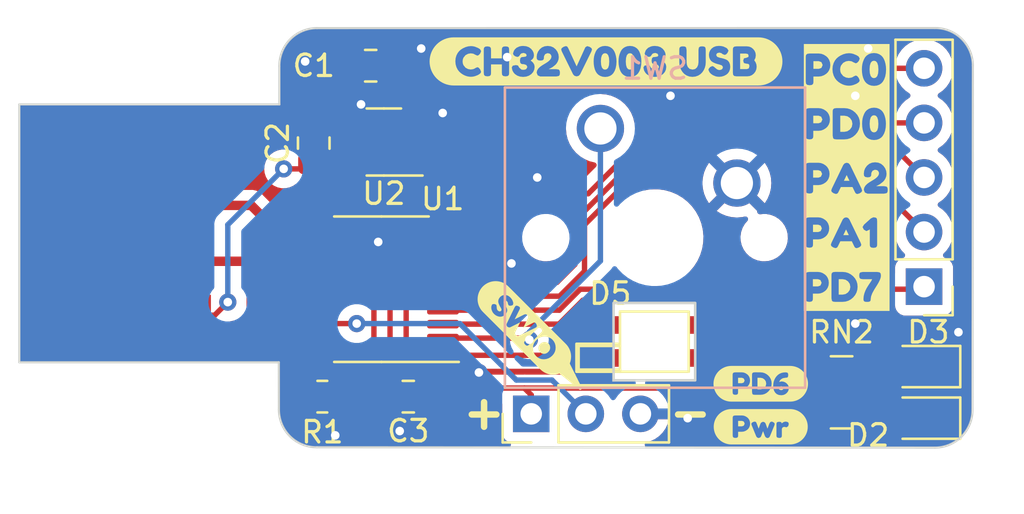
<source format=kicad_pcb>
(kicad_pcb (version 20240108) (generator "pcbnew") (generator_version "8.0")
  (layers (0 "F.Cu" signal) (31 "B.Cu" signal) (34 "B.Paste" user) (35 "F.Paste" user) (36 "B.SilkS" user "B.Silkscreen") (37 "F.SilkS" user "F.Silkscreen") (38 "B.Mask" user) (39 "F.Mask" user) (44 "Edge.Cuts" user))
  (net 0 "")
  (net 1 "VCC")
  (net 2 "VSS")
  (net 3 "+5V")
  (net 4 "PD4")
  (net 5 "D+")
  (net 6 "D-")
  (net 7 "DPU")
  (net 8 "PD5")
  (net 9 "PD6")
  (net 10 "PD7")
  (net 11 "PA1")
  (net 16 "SWIO")
  (net 19 "Net-(D2-A)")
  (net 20 "Net-(D3-A)")
  (net 21 "PA2")
  (net 22 "PD0")
  (net 23 "PC0")
  (footprint "Package_TO_SOT_SMD:SOT-23-3" (layer "F.Cu") (at 149.8625 69.55 180)
    (property "Reference" "U2" (at 0 -2.4 0) (layer "F.SilkS"))
    (property "Value" "TLV1117-33")
    (pad "1" smd roundrect (at -1.1375 -0.95 180) (size 1.325 0.6) (layers "F.Cu" "F.Paste" "F.Mask") (net 2 "VSS"))
    (pad "2" smd roundrect (at -1.1375 0.95 180) (size 1.325 0.6) (layers "F.Cu" "F.Paste" "F.Mask") (net 1 "VCC"))
    (pad "3" smd roundrect (at 1.1375 0 180) (size 1.325 0.6) (layers "F.Cu" "F.Paste" "F.Mask") (net 3 "+5V"))
  )
  (footprint "UL_USB:CONN-USB-A-PCB-TRACES" (layer "F.Cu") (at 132.91484 73.8 -90)
    (property "Reference" "J1" (hide yes))
    (property "Value" "USB_A" (hide yes))
    (pad "1" connect rect (at 3.81 -4.9 270) (size 1.9 8) (layers "F.Cu" "F.Mask") (net 3 "+5V"))
    (pad "2" connect rect (at 1.3 -5.15 270) (size 2 7.5) (layers "F.Cu" "F.Mask") (net 6 "D-"))
    (pad "3" connect rect (at -1.3 -5.15 270) (size 2 7.5) (layers "F.Cu" "F.Mask") (net 5 "D+"))
    (pad "4" connect rect (at -3.81 -4.9 270) (size 1.9 8) (layers "F.Cu" "F.Mask") (net 2 "VSS"))
  )
  (footprint "kibuzzard-65C27C9E" (layer "F.Cu") (at 167.4 82.8)
    (property "Reference" "kibuzzard-65C27C9E" (hide yes))
    (property "Value" "G***" (hide yes))
  )
  (footprint "Connector_PinHeader_2.54mm:PinHeader_1x03_P2.54mm_Vertical" (layer "F.Cu") (at 156.72 82.2 90)
    (property "Reference" "J3" (hide yes))
    (property "Value" "Conn_01x03")
    (pad "1" thru_hole rect (at 0 0 90) (size 1.7 1.7) (drill 1) (layers "*.Cu" "*.Mask") (net 1 "VCC"))
    (pad "2" thru_hole oval (at 0 2.54 90) (size 1.7 1.7) (drill 1) (layers "*.Cu" "*.Mask") (net 16 "SWIO"))
    (pad "3" thru_hole oval (at 0 5.08 90) (size 1.7 1.7) (drill 1) (layers "*.Cu" "*.Mask") (net 2 "VSS"))
  )
  (footprint "LED_SMD:LED_0805_2012Metric" (layer "F.Cu") (at 175 80 180)
    (property "Reference" "D3" (at -0.2 1.6 0) (layer "F.SilkS"))
    (property "Value" "LED_Small")
    (pad "1" smd roundrect (at -0.9375 0 180) (size 0.975 1.4) (layers "F.Cu" "F.Paste" "F.Mask") (net 2 "VSS"))
    (pad "2" smd roundrect (at 0.9375 0 180) (size 0.975 1.4) (layers "F.Cu" "F.Paste" "F.Mask") (net 20 "Net-(D3-A)"))
  )
  (footprint "kibuzzard-65C27CA6" (layer "F.Cu") (at 167.4 80.8)
    (property "Reference" "kibuzzard-65C27CA6" (hide yes))
    (property "Value" "G***" (hide yes))
  )
  (footprint "kibuzzard-65C27C56" (layer "F.Cu") (at 171.4 71.2)
    (property "Reference" "kibuzzard-65C27C56" (hide yes))
    (property "Value" "G***" (hide yes))
  )
  (footprint "kibuzzard-65C28AFE" (layer "F.Cu") (at 156.4 78.2 -45)
    (property "Reference" "kibuzzard-65C28AFE" (hide yes))
    (property "Value" "G***" (hide yes))
  )
  (footprint "Resistor_SMD:R_0805_2012Metric" (layer "F.Cu") (at 147 81.4 180)
    (property "Reference" "R1" (at 0 -1.65 0) (layer "F.SilkS"))
    (property "Value" "1.5k")
    (pad "1" smd roundrect (at -0.9125 0 180) (size 1.025 1.4) (layers "F.Cu" "F.Paste" "F.Mask") (roundrect_rratio 0.243902439) (net 7 "DPU"))
    (pad "2" smd roundrect (at 0.9125 0 180) (size 1.025 1.4) (layers "F.Cu" "F.Paste" "F.Mask") (roundrect_rratio 0.243902439) (net 6 "D-"))
  )
  (footprint "Connector_PinHeader_2.54mm:PinHeader_1x05_P2.54mm_Vertical" (layer "F.Cu") (at 175 76.28 180)
    (property "Reference" "J2" (hide yes))
    (property "Value" "Conn_01x05")
    (pad "1" thru_hole rect (at 0 0 180) (size 1.7 1.7) (drill 1) (layers "*.Cu" "*.Mask") (net 10 "PD7"))
    (pad "2" thru_hole oval (at 0 2.54 180) (size 1.7 1.7) (drill 1) (layers "*.Cu" "*.Mask") (net 11 "PA1"))
    (pad "3" thru_hole oval (at 0 5.08 180) (size 1.7 1.7) (drill 1) (layers "*.Cu" "*.Mask") (net 21 "PA2"))
    (pad "4" thru_hole oval (at 0 7.62 180) (size 1.7 1.7) (drill 1) (layers "*.Cu" "*.Mask") (net 22 "PD0"))
    (pad "5" thru_hole oval (at 0 10.16 180) (size 1.7 1.7) (drill 1) (layers "*.Cu" "*.Mask") (net 23 "PC0"))
  )
  (footprint "Package_SO:TSSOP-20_4.4x6.5mm_P0.65mm" (layer "F.Cu") (at 149.75 76.4 180)
    (property "Reference" "U1" (at -2.85 4.2 0) (layer "F.SilkS"))
    (property "Value" "CH32V003F4P6")
    (pad "1" smd roundrect (at -2.8625 -2.925 180) (size 1.475 0.4) (layers "F.Cu" "F.Paste" "F.Mask") (net 4 "PD4"))
    (pad "2" smd roundrect (at -2.8625 -2.275 180) (size 1.475 0.4) (layers "F.Cu" "F.Paste" "F.Mask") (net 8 "PD5"))
    (pad "3" smd roundrect (at -2.8625 -1.625 180) (size 1.475 0.4) (layers "F.Cu" "F.Paste" "F.Mask") (net 9 "PD6"))
    (pad "4" smd roundrect (at -2.8625 -0.975 180) (size 1.475 0.4) (layers "F.Cu" "F.Paste" "F.Mask") (net 10 "PD7"))
    (pad "5" smd roundrect (at -2.8625 -0.325 180) (size 1.475 0.4) (layers "F.Cu" "F.Paste" "F.Mask") (net 11 "PA1"))
    (pad "6" smd roundrect (at -2.8625 0.325 180) (size 1.475 0.4) (layers "F.Cu" "F.Paste" "F.Mask") (net 21 "PA2"))
    (pad "7" smd roundrect (at -2.8625 0.975 180) (size 1.475 0.4) (layers "F.Cu" "F.Paste" "F.Mask") (net 2 "VSS"))
    (pad "8" smd roundrect (at -2.8625 1.625 180) (size 1.475 0.4) (layers "F.Cu" "F.Paste" "F.Mask") (net 22 "PD0"))
    (pad "9" smd roundrect (at -2.8625 2.275 180) (size 1.475 0.4) (layers "F.Cu" "F.Paste" "F.Mask") (net 1 "VCC"))
    (pad "10" smd roundrect (at -2.8625 2.925 180) (size 1.475 0.4) (layers "F.Cu" "F.Paste" "F.Mask") (net 23 "PC0"))
    (pad "11" smd roundrect (at 2.8625 2.925 180) (size 1.475 0.4) (layers "F.Cu" "F.Paste" "F.Mask") (net 5 "D+"))
    (pad "12" smd roundrect (at 2.8625 2.275 180) (size 1.475 0.4) (layers "F.Cu" "F.Paste" "F.Mask") (net 6 "D-"))
    (pad "13" smd roundrect (at 2.8625 1.625 180) (size 1.475 0.4) (layers "F.Cu" "F.Paste" "F.Mask"))
    (pad "14" smd roundrect (at 2.8625 0.975 180) (size 1.475 0.4) (layers "F.Cu" "F.Paste" "F.Mask") (net 7 "DPU"))
    (pad "15" smd roundrect (at 2.8625 0.325 180) (size 1.475 0.4) (layers "F.Cu" "F.Paste" "F.Mask"))
    (pad "16" smd roundrect (at 2.8625 -0.325 180) (size 1.475 0.4) (layers "F.Cu" "F.Paste" "F.Mask"))
    (pad "17" smd roundrect (at 2.8625 -0.975 180) (size 1.475 0.4) (layers "F.Cu" "F.Paste" "F.Mask"))
    (pad "18" smd roundrect (at 2.8625 -1.625 180) (size 1.475 0.4) (layers "F.Cu" "F.Paste" "F.Mask") (net 16 "SWIO"))
    (pad "19" smd roundrect (at 2.8625 -2.275 180) (size 1.475 0.4) (layers "F.Cu" "F.Paste" "F.Mask"))
    (pad "20" smd roundrect (at 2.8625 -2.925 180) (size 1.475 0.4) (layers "F.Cu" "F.Paste" "F.Mask"))
  )
  (footprint "Capacitor_SMD:C_0805_2012Metric" (layer "F.Cu") (at 146.6 69.6 90)
    (property "Reference" "C2" (at 0 -1.68 90) (layer "F.SilkS"))
    (property "Value" "10u")
    (pad "1" smd roundrect (at -0.95 0 90) (size 1 1.45) (layers "F.Cu" "F.Paste" "F.Mask") (net 3 "+5V"))
    (pad "2" smd roundrect (at 0.95 0 90) (size 1 1.45) (layers "F.Cu" "F.Paste" "F.Mask") (net 2 "VSS"))
  )
  (footprint "Capacitor_SMD:C_0805_2012Metric" (layer "F.Cu") (at 151 81.4)
    (property "Reference" "C3" (at 0 1.6 0) (layer "F.SilkS"))
    (property "Value" "100nF")
    (pad "1" smd roundrect (at -0.95 0) (size 1 1.45) (layers "F.Cu" "F.Paste" "F.Mask") (net 2 "VSS"))
    (pad "2" smd roundrect (at 0.95 0) (size 1 1.45) (layers "F.Cu" "F.Paste" "F.Mask") (net 1 "VCC"))
  )
  (footprint "Resistor_SMD:R_Array_Convex_4x0603" (layer "F.Cu") (at 171.1625 81.2)
    (property "Reference" "RN2" (at 0 -2.8 0) (layer "F.SilkS"))
    (property "Value" "R_Pack04")
    (pad "1" smd rect (at -0.9 -1.2) (size 0.8 0.5) (layers "F.Cu" "F.Paste" "F.Mask") (net 9 "PD6"))
    (pad "2" smd rect (at -0.9 -0.4) (size 0.8 0.4) (layers "F.Cu" "F.Paste" "F.Mask") (net 9 "PD6"))
    (pad "3" smd rect (at -0.9 0.4) (size 0.8 0.4) (layers "F.Cu" "F.Paste" "F.Mask") (net 1 "VCC"))
    (pad "4" smd rect (at -0.9 1.2) (size 0.8 0.5) (layers "F.Cu" "F.Paste" "F.Mask") (net 1 "VCC"))
    (pad "5" smd rect (at 0.9 1.2) (size 0.8 0.5) (layers "F.Cu" "F.Paste" "F.Mask") (net 19 "Net-(D2-A)"))
    (pad "6" smd rect (at 0.9 0.4) (size 0.8 0.4) (layers "F.Cu" "F.Paste" "F.Mask") (net 19 "Net-(D2-A)"))
    (pad "7" smd rect (at 0.9 -0.4) (size 0.8 0.4) (layers "F.Cu" "F.Paste" "F.Mask") (net 20 "Net-(D3-A)"))
    (pad "8" smd rect (at 0.9 -1.2) (size 0.8 0.5) (layers "F.Cu" "F.Paste" "F.Mask") (net 20 "Net-(D3-A)"))
  )
  (footprint "Capacitor_SMD:C_0805_2012Metric" (layer "F.Cu") (at 149.25 66 180)
    (property "Reference" "C1" (at 2.65 0 0) (layer "F.SilkS"))
    (property "Value" "10u")
    (pad "1" smd roundrect (at -0.95 0 180) (size 1 1.45) (layers "F.Cu" "F.Paste" "F.Mask") (net 1 "VCC"))
    (pad "2" smd roundrect (at 0.95 0 180) (size 1 1.45) (layers "F.Cu" "F.Paste" "F.Mask") (net 2 "VSS"))
  )
  (footprint "kibuzzard-65C27CFD" (layer "F.Cu") (at 160.2 65.8)
    (property "Reference" "kibuzzard-65C27CFD" (hide yes))
    (property "Value" "G***" (hide yes))
  )
  (footprint "cafebabe:SK6812-E_Reverse" (layer "F.Cu") (at 162.45 78.84)
    (property "Reference" "D5" (at -2.05 -2.24 0) (layer "F.SilkS"))
    (property "Value" "WS2812B")
    (fp_rect (start -1.9 1.8) (end 1.9 -1.8) (stroke (width 0.12)) (fill none) (layer "Edge.Cuts"))
    (pad "1" smd rect (at 2.55 -0.775) (size 1.8 0.82) (layers "F.Cu" "F.Paste" "F.Mask") (net 1 "VCC"))
    (pad "2" smd rect (at 2.55 0.76) (size 1.8 0.82) (layers "F.Cu" "F.Paste" "F.Mask"))
    (pad "3" smd rect (at -2.55 0.76) (size 1.8 0.82) (layers "F.Cu" "F.Paste" "F.Mask") (net 2 "VSS"))
    (pad "4" smd rect (at -2.55 -0.775) (size 1.8 0.82) (layers "F.Cu" "F.Paste" "F.Mask") (net 4 "PD4"))
  )
  (footprint "LED_SMD:LED_0805_2012Metric" (layer "F.Cu") (at 175 82.4 180)
    (property "Reference" "D2" (at 2.6 -0.8 0) (layer "F.SilkS"))
    (property "Value" "LED_Small")
    (pad "1" smd roundrect (at -0.9375 0 180) (size 0.975 1.4) (layers "F.Cu" "F.Paste" "F.Mask") (net 2 "VSS"))
    (pad "2" smd roundrect (at 0.9375 0 180) (size 0.975 1.4) (layers "F.Cu" "F.Paste" "F.Mask") (net 19 "Net-(D2-A)"))
  )
  (footprint "Button_Switch_Keyboard:SW_Cherry_MX_1.00u_PCB" (layer "B.Cu") (at 159.94 68.92 180)
    (property "Reference" "SW1" (at -2.54 2.794 0) (layer "B.SilkS") (effects (justify mirror)))
    (property "Value" "SW_Push_45deg")
    (pad "" np_thru_hole circle (at -7.62 -5.08 180) (size 1.7 1.7) (drill 1.7) (layers "*.Cu" "*.Mask"))
    (pad "" np_thru_hole circle (at -2.54 -5.08 180) (size 4 4) (drill 4) (layers "*.Cu" "*.Mask"))
    (pad "" np_thru_hole circle (at 2.54 -5.08 180) (size 1.7 1.7) (drill 1.7) (layers "*.Cu" "*.Mask"))
    (pad "1" thru_hole circle (at 0 0 180) (size 2.2 2.2) (drill 1.5) (layers "*.Cu" "*.Mask") (net 8 "PD5"))
    (pad "2" thru_hole circle (at -6.35 -2.54 180) (size 2.2 2.2) (drill 1.5) (layers "*.Cu" "*.Mask") (net 2 "VSS"))
  )
  (gr_line (start 158.4 79.8) (end 158.4 80.4) (stroke (width 0.15)) (layer "F.SilkS"))
  (gr_line (start 158.2 80) (end 158.7 80.4) (stroke (width 0.15)) (layer "F.SilkS"))
  (gr_line (start 158 80) (end 159 81) (stroke (width 0.15)) (layer "F.SilkS"))
  (gr_line (start 159 81) (end 158.4 79.8) (stroke (width 0.15)) (layer "F.SilkS"))
  (gr_line (start 158.4 80.4) (end 158.7 80.4) (stroke (width 0.15)) (layer "F.SilkS"))
  (gr_line (start 158 80.2) (end 159 81) (stroke (width 0.15)) (layer "F.SilkS"))
  (gr_line (start 158 80.2) (end 158.4 80.4) (stroke (width 0.15)) (layer "F.SilkS"))
  (gr_line (start 158.8 80.6) (end 158 80) (stroke (width 0.15)) (layer "F.SilkS"))
  (gr_arc (start 146.753117 83.753832) (mid 145.5 83.25) (end 144.978814 82.004001) (stroke (width 0.1)) (layer "Edge.Cuts"))
  (gr_line (start 145 67.8) (end 145.000169 66.024303) (stroke (width 0.1)) (layer "Edge.Cuts"))
  (gr_line (start 175.504001 83.771186) (end 146.753117 83.753832) (stroke (width 0.1)) (layer "Edge.Cuts"))
  (gr_arc (start 175.496883 64.246168) (mid 176.75 64.75) (end 177.271186 65.995999) (stroke (width 0.1)) (layer "Edge.Cuts"))
  (gr_line (start 132.9 67.8) (end 132.9 79.8) (stroke (width 0.1)) (layer "Edge.Cuts"))
  (gr_line (start 177.271186 65.995999) (end 177.253832 81.996883) (stroke (width 0.1)) (layer "Edge.Cuts"))
  (gr_line (start 132.9 67.8) (end 145 67.8) (stroke (width 0.1)) (layer "Edge.Cuts"))
  (gr_line (start 146.75 64.25) (end 175.496883 64.246168) (stroke (width 0.1)) (layer "Edge.Cuts"))
  (gr_line (start 144.978814 82.004001) (end 144.975 79.8) (stroke (width 0.1)) (layer "Edge.Cuts"))
  (gr_arc (start 145.000169 66.024303) (mid 145.504001 64.771186) (end 146.75 64.25) (stroke (width 0.1)) (layer "Edge.Cuts"))
  (gr_arc (start 177.253832 81.996883) (mid 176.75 83.25) (end 175.504001 83.771186) (stroke (width 0.1)) (layer "Edge.Cuts"))
  (gr_line (start 132.9 79.8) (end 144.975 79.8) (stroke (width 0.1)) (layer "Edge.Cuts"))
  (gr_text "-" (at 163 83 0) (layer "F.SilkS") (effects (font (size 1.5 1.5) (thickness 0.3) (bold yes)) (justify left bottom)))
  (gr_text "+" (at 153.4 83 0) (layer "F.SilkS") (effects (font (size 1.5 1.5) (thickness 0.3) (bold yes)) (justify left bottom)))
  (segment (start 156.72 82.2) (end 156.72 81.32) (width 0.25) (layer "F.Cu") (net 1))
  (segment (start 150.9 80.35) (end 150.9 73.5) (width 0.25) (layer "F.Cu") (net 1))
  (segment (start 170.2625 82.4) (end 167.8 82.4) (width 0.25) (layer "F.Cu") (net 1))
  (segment (start 151.9875 71.4125) (end 150.8 72.6) (width 0.25) (layer "F.Cu") (net 1))
  (segment (start 151.9875 69.5875) (end 151.9875 71.4125) (width 0.25) (layer "F.Cu") (net 1))
  (segment (start 151 68.6) (end 151.9875 69.5875) (width 0.25) (layer "F.Cu") (net 1))
  (segment (start 152.35 81) (end 151.95 81.4) (width 0.25) (layer "F.Cu") (net 1))
  (segment (start 151.95 81.4) (end 150.9 80.35) (width 0.25) (layer "F.Cu") (net 1))
  (segment (start 150.9 73.5) (end 151.525 74.125) (width 0.25) (layer "F.Cu") (net 1))
  (segment (start 150.2 66) (end 151 66.8) (width 0.25) (layer "F.Cu") (net 1))
  (segment (start 170.2625 81.6) (end 170.2625 82.4) (width 0.25) (layer "F.Cu") (net 1))
  (segment (start 166.4 81) (end 156.4 81) (width 0.25) (layer "F.Cu") (net 1))
  (segment (start 151 66.8) (end 151 68.6) (width 0.25) (layer "F.Cu") (net 1))
  (segment (start 167.8 82.4) (end 166.4 81) (width 0.25) (layer "F.Cu") (net 1))
  (segment (start 150.8 72.6) (end 150.8 73.4) (width 0.25) (layer "F.Cu") (net 1))
  (segment (start 150.8 73.4) (end 150.9 73.5) (width 0.25) (layer "F.Cu") (net 1))
  (segment (start 165 78.065) (end 165.23462 78.065) (width 0.25) (layer "F.Cu") (net 1))
  (segment (start 165.23462 78.065) (end 167.8 80.63038) (width 0.25) (layer "F.Cu") (net 1))
  (segment (start 156.4 81) (end 152.35 81) (width 0.25) (layer "F.Cu") (net 1))
  (segment (start 156.72 81.32) (end 156.4 81) (width 0.25) (layer "F.Cu") (net 1))
  (segment (start 151.525 74.125) (end 152.6125 74.125) (width 0.25) (layer "F.Cu") (net 1))
  (segment (start 167.8 80.63038) (end 167.8 82.4) (width 0.25) (layer "F.Cu") (net 1))
  (segment (start 155.575 75.425) (end 155.8 75.2) (width 0.25) (layer "F.Cu") (net 2))
  (segment (start 152.6125 75.425) (end 155.575 75.425) (width 0.25) (layer "F.Cu") (net 2))
  (via (at 172.4 65.2) (size 0.8) (drill 0.4) (layers "F.Cu" "B.Cu") (net 2))
  (via (at 176.6 78.4) (size 0.8) (drill 0.4) (layers "F.Cu" "B.Cu") (net 2))
  (via (at 151.6 65.2) (size 0.8) (drill 0.4) (layers "F.Cu" "B.Cu") (net 2))
  (via (at 154.286746 80.275) (size 0.8) (drill 0.4) (layers "F.Cu" "B.Cu") (net 2))
  (via (at 163.2 67.4) (size 0.8) (drill 0.4) (layers "F.Cu" "B.Cu") (net 2))
  (via (at 171.8 67.4) (size 0.8) (drill 0.4) (layers "F.Cu" "B.Cu") (net 2))
  (via (at 146.2 65.8) (size 0.8) (drill 0.4) (layers "F.Cu" "B.Cu") (net 2))
  (via (at 155.8 75.2) (size 0.8) (drill 0.4) (layers "F.Cu" "B.Cu") (net 2))
  (via (at 164 82.4) (size 0.8) (drill 0.4) (layers "F.Cu" "B.Cu") (net 2))
  (via (at 149.6 74.2) (size 0.8) (drill 0.4) (layers "F.Cu" "B.Cu") (net 2))
  (via (at 148.8 67.8) (size 0.8) (drill 0.4) (layers "F.Cu" "B.Cu") (net 2))
  (via (at 157 71.2) (size 0.8) (drill 0.4) (layers "F.Cu" "B.Cu") (net 2))
  (via (at 150.6 83) (size 0.8) (drill 0.4) (layers "F.Cu" "B.Cu") (net 2))
  (via (at 152.6 68.2) (size 0.8) (drill 0.4) (layers "F.Cu" "B.Cu") (net 2))
  (via (at 171.8 78) (size 0.8) (drill 0.4) (layers "F.Cu" "B.Cu") (net 2))
  (via (at 147.6 83.2) (size 0.8) (drill 0.4) (layers "F.Cu" "B.Cu") (net 2))
  (via (at 155.6 65.6) (size 0.8) (drill 0.4) (layers "F.Cu" "B.Cu") (net 2))
  (segment (start 147.725 70.55) (end 148.725 69.55) (width 0.25) (layer "F.Cu") (net 3))
  (segment (start 145.2 70.8) (end 146.35 70.8) (width 0.25) (layer "F.Cu") (net 3))
  (segment (start 146.6 70.55) (end 147.725 70.55) (width 0.25) (layer "F.Cu") (net 3))
  (segment (start 141.99 77.61) (end 142.6 77) (width 0.25) (layer "F.Cu") (net 3))
  (segment (start 146.35 70.8) (end 146.6 70.55) (width 0.25) (layer "F.Cu") (net 3))
  (segment (start 137.81484 77.61) (end 141.99 77.61) (width 0.25) (layer "F.Cu") (net 3))
  (via (at 142.6 77) (size 0.8) (drill 0.4) (layers "F.Cu" "B.Cu") (net 3))
  (via (at 145.2 70.8) (size 0.8) (drill 0.4) (layers "F.Cu" "B.Cu") (net 3))
  (segment (start 142.6 73.4) (end 145.2 70.8) (width 0.25) (layer "B.Cu") (net 3))
  (segment (start 142.6 77) (end 142.6 73.4) (width 0.25) (layer "B.Cu") (net 3))
  (segment (start 159.9 78.065) (end 158.607792 78.065) (width 0.25) (layer "F.Cu") (net 4))
  (segment (start 152.7625 79.475) (end 152.6125 79.325) (width 0.25) (layer "F.Cu") (net 4))
  (segment (start 157.197792 79.475) (end 152.7625 79.475) (width 0.25) (layer "F.Cu") (net 4))
  (segment (start 158.607792 78.065) (end 157.197792 79.475) (width 0.25) (layer "F.Cu") (net 4))
  (segment (start 143.689841 72.5) (end 144.669241 73.4794) (width 0.438) (layer "F.Cu") (net 5))
  (segment (start 138.06484 72.5) (end 143.689841 72.5) (width 0.438) (layer "F.Cu") (net 5))
  (segment (start 145.776849 73.4794) (end 145.781249 73.475) (width 0.438) (layer "F.Cu") (net 5))
  (segment (start 145.781249 73.475) (end 146.8875 73.475) (width 0.438) (layer "F.Cu") (net 5))
  (segment (start 144.669241 73.4794) (end 145.776849 73.4794) (width 0.438) (layer "F.Cu") (net 5))
  (segment (start 144.669241 74.1206) (end 145.776849 74.1206) (width 0.438) (layer "F.Cu") (net 6))
  (segment (start 145.6 79.5) (end 143.689841 77.589841) (width 0.438) (layer "F.Cu") (net 6))
  (segment (start 143.689841 77.589841) (end 143.689841 75.1) (width 0.438) (layer "F.Cu") (net 6))
  (segment (start 146.0875 81.4) (end 145.6 80.9125) (width 0.438) (layer "F.Cu") (net 6))
  (segment (start 138.06484 75.1) (end 143.689841 75.1) (width 0.438) (layer "F.Cu") (net 6))
  (segment (start 145.6 80.9125) (end 145.6 79.5) (width 0.438) (layer "F.Cu") (net 6))
  (segment (start 143.689841 75.1) (end 144.669241 74.1206) (width 0.438) (layer "F.Cu") (net 6))
  (segment (start 145.776849 74.1206) (end 145.781249 74.125) (width 0.438) (layer "F.Cu") (net 6))
  (segment (start 145.781249 74.125) (end 146.8875 74.125) (width 0.438) (layer "F.Cu") (net 6))
  (segment (start 148.625 75.425) (end 146.8875 75.425) (width 0.25) (layer "F.Cu") (net 7))
  (segment (start 147.9125 81.4) (end 149.4 79.9125) (width 0.25) (layer "F.Cu") (net 7))
  (segment (start 149.4 76.2) (end 148.625 75.425) (width 0.25) (layer "F.Cu") (net 7))
  (segment (start 149.4 79.9125) (end 149.4 76.2) (width 0.25) (layer "F.Cu") (net 7))
  (segment (start 152.6125 78.675) (end 156.557836 78.675) (width 0.25) (layer "F.Cu") (net 8))
  (segment (start 156.557836 78.675) (end 156.632836 78.75) (width 0.25) (layer "F.Cu") (net 8))
  (via (at 156.632836 78.75) (size 0.8) (drill 0.4) (layers "F.Cu" "B.Cu") (net 8))
  (segment (start 159.94 75.085305) (end 156.632836 78.392469) (width 0.25) (layer "B.Cu") (net 8))
  (segment (start 156.632836 78.392469) (end 156.632836 78.75) (width 0.25) (layer "B.Cu") (net 8))
  (segment (start 159.94 68.92) (end 159.94 75.085305) (width 0.25) (layer "B.Cu") (net 8))
  (segment (start 152.6125 78.025) (end 158.011396 78.025) (width 0.25) (layer "F.Cu") (net 9))
  (segment (start 159.121396 76.915) (end 167.1775 76.915) (width 0.25) (layer "F.Cu") (net 9))
  (segment (start 167.1775 76.915) (end 170.2625 80) (width 0.25) (layer "F.Cu") (net 9))
  (segment (start 158.011396 78.025) (end 159.121396 76.915) (width 0.25) (layer "F.Cu") (net 9))
  (segment (start 170.2625 80) (end 170.2625 80.8) (width 0.25) (layer "F.Cu") (net 9))
  (segment (start 174.88 76.4) (end 175 76.28) (width 0.25) (layer "F.Cu") (net 10))
  (segment (start 159 76.4) (end 174.88 76.4) (width 0.25) (layer "F.Cu") (net 10))
  (segment (start 152.6125 77.375) (end 158.025 77.375) (width 0.25) (layer "F.Cu") (net 10))
  (segment (start 158.025 77.375) (end 159 76.4) (width 0.25) (layer "F.Cu") (net 10))
  (segment (start 170.86 69.6) (end 175 73.74) (width 0.25) (layer "F.Cu") (net 11))
  (segment (start 159.2 75.563604) (end 159.2 73.4) (width 0.25) (layer "F.Cu") (net 11))
  (segment (start 163 69.6) (end 170.86 69.6) (width 0.25) (layer "F.Cu") (net 11))
  (segment (start 152.6125 76.725) (end 158.038604 76.725) (width 0.25) (layer "F.Cu") (net 11))
  (segment (start 158.038604 76.725) (end 159.2 75.563604) (width 0.25) (layer "F.Cu") (net 11))
  (segment (start 159.2 73.4) (end 163 69.6) (width 0.25) (layer "F.Cu") (net 11))
  (segment (start 146.9125 78) (end 146.8875 78.025) (width 0.25) (layer "F.Cu") (net 16))
  (segment (start 148.6 78) (end 146.9125 78) (width 0.25) (layer "F.Cu") (net 16))
  (via (at 148.6 78) (size 0.8) (drill 0.4) (layers "F.Cu" "B.Cu") (net 16))
  (segment (start 153.4 78) (end 148.6 78) (width 0.25) (layer "B.Cu") (net 16))
  (segment (start 157.68629 80.62629) (end 156.02629 80.62629) (width 0.25) (layer "B.Cu") (net 16))
  (segment (start 159.26 82.2) (end 157.68629 80.62629) (width 0.25) (layer "B.Cu") (net 16))
  (segment (start 156.02629 80.62629) (end 153.4 78) (width 0.25) (layer "B.Cu") (net 16))
  (segment (start 172.0625 81.6) (end 172.0625 82.4) (width 0.25) (layer "F.Cu") (net 19))
  (segment (start 172.0625 82.4) (end 174.0625 82.4) (width 0.25) (layer "F.Cu") (net 19))
  (segment (start 172.0625 80) (end 174.0625 80) (width 0.25) (layer "F.Cu") (net 20))
  (segment (start 172.0625 80.8) (end 172.0625 80) (width 0.25) (layer "F.Cu") (net 20))
  (segment (start 158.75 73.213604) (end 162.813604 69.15) (width 0.25) (layer "F.Cu") (net 21))
  (segment (start 152.6125 76.075) (end 157.925 76.075) (width 0.25) (layer "F.Cu") (net 21))
  (segment (start 158.75 75.25) (end 158.75 73.213604) (width 0.25) (layer "F.Cu") (net 21))
  (segment (start 172.95 69.15) (end 175 71.2) (width 0.25) (layer "F.Cu") (net 21))
  (segment (start 162.813604 69.15) (end 172.95 69.15) (width 0.25) (layer "F.Cu") (net 21))
  (segment (start 157.925 76.075) (end 158.75 75.25) (width 0.25) (layer "F.Cu") (net 21))
  (segment (start 159.37339 71.953818) (end 162.667208 68.66) (width 0.25) (layer "F.Cu") (net 22))
  (segment (start 152.6125 74.775) (end 154.892588 74.775) (width 0.25) (layer "F.Cu") (net 22))
  (segment (start 157.71377 71.953818) (end 159.37339 71.953818) (width 0.25) (layer "F.Cu") (net 22))
  (segment (start 162.667208 68.66) (end 175 68.66) (width 0.25) (layer "F.Cu") (net 22))
  (segment (start 154.892588 74.775) (end 157.71377 71.953818) (width 0.25) (layer "F.Cu") (net 22))
  (segment (start 152.6125 73.475) (end 159.2875 66.8) (width 0.25) (layer "F.Cu") (net 23))
  (segment (start 175 66.12) (end 159.9675 66.12) (width 0.25) (layer "F.Cu") (net 23))
  (segment (start 159.9675 66.12) (end 159.2875 66.8) (width 0.25) (layer "F.Cu") (net 23))
  (zone (net 2) (net_name "VSS") (layers "F&B.Cu") (connect_pads (clearance 0.5)) (min_thickness 0.25) (fill yes (thermal_gap 0.5) (thermal_bridge_width 0.5))
    (polygon (pts (xy 132 63) (xy 178 63) (xy 178 85) (xy 132 85)))
  )
)
</source>
